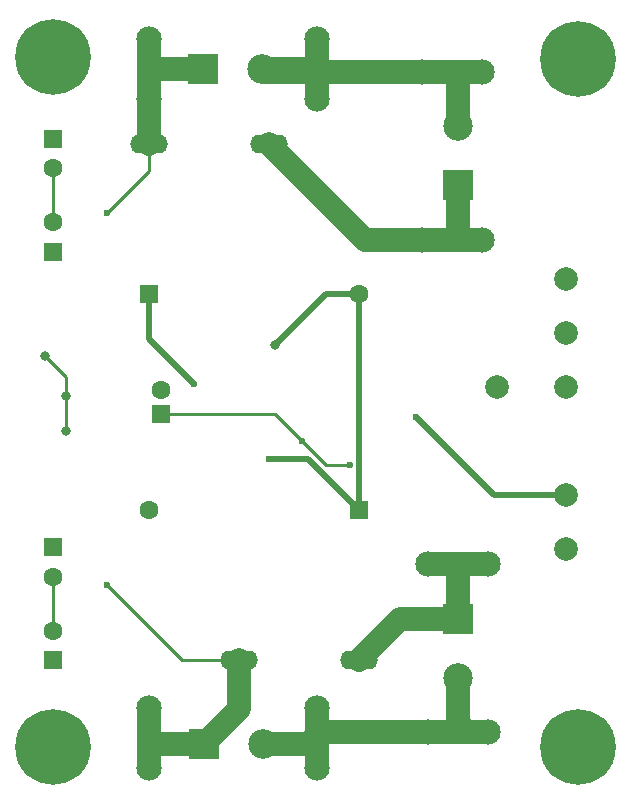
<source format=gbr>
G04 #@! TF.GenerationSoftware,KiCad,Pcbnew,(6.0.1-0)*
G04 #@! TF.CreationDate,2022-02-15T19:28:00+01:00*
G04 #@! TF.ProjectId,protection-relais,70726f74-6563-4746-996f-6e2d72656c61,rev?*
G04 #@! TF.SameCoordinates,Original*
G04 #@! TF.FileFunction,Copper,L2,Bot*
G04 #@! TF.FilePolarity,Positive*
%FSLAX46Y46*%
G04 Gerber Fmt 4.6, Leading zero omitted, Abs format (unit mm)*
G04 Created by KiCad (PCBNEW (6.0.1-0)) date 2022-02-15 19:28:00*
%MOMM*%
%LPD*%
G01*
G04 APERTURE LIST*
G04 #@! TA.AperFunction,ComponentPad*
%ADD10R,2.500000X2.500000*%
G04 #@! TD*
G04 #@! TA.AperFunction,ComponentPad*
%ADD11C,2.500000*%
G04 #@! TD*
G04 #@! TA.AperFunction,ComponentPad*
%ADD12C,2.145000*%
G04 #@! TD*
G04 #@! TA.AperFunction,ComponentPad*
%ADD13R,1.600000X1.600000*%
G04 #@! TD*
G04 #@! TA.AperFunction,ComponentPad*
%ADD14C,1.600000*%
G04 #@! TD*
G04 #@! TA.AperFunction,ComponentPad*
%ADD15C,2.000000*%
G04 #@! TD*
G04 #@! TA.AperFunction,ComponentPad*
%ADD16C,0.800000*%
G04 #@! TD*
G04 #@! TA.AperFunction,ComponentPad*
%ADD17C,6.400000*%
G04 #@! TD*
G04 #@! TA.AperFunction,ComponentPad*
%ADD18O,3.200000X1.600000*%
G04 #@! TD*
G04 #@! TA.AperFunction,ViaPad*
%ADD19C,0.600000*%
G04 #@! TD*
G04 #@! TA.AperFunction,ViaPad*
%ADD20C,0.800000*%
G04 #@! TD*
G04 #@! TA.AperFunction,Conductor*
%ADD21C,0.250000*%
G04 #@! TD*
G04 #@! TA.AperFunction,Conductor*
%ADD22C,2.000000*%
G04 #@! TD*
G04 #@! TA.AperFunction,Conductor*
%ADD23C,0.500000*%
G04 #@! TD*
G04 APERTURE END LIST*
D10*
X121920000Y-71802000D03*
D11*
X121920000Y-66802000D03*
D12*
X118872000Y-76454000D03*
X123952000Y-76454000D03*
D13*
X87630000Y-67858000D03*
D14*
X87630000Y-70358000D03*
D15*
X131064000Y-88900000D03*
D12*
X119380000Y-118110000D03*
X124460000Y-118110000D03*
D15*
X131064000Y-84328000D03*
X125222000Y-88900000D03*
D10*
X100330000Y-61976000D03*
D11*
X105330000Y-61976000D03*
D15*
X131064000Y-79756000D03*
X131064000Y-102616000D03*
D10*
X121920000Y-108538000D03*
D11*
X121920000Y-113538000D03*
D12*
X109982000Y-121158000D03*
X109982000Y-116078000D03*
D16*
X87630000Y-63360000D03*
X85230000Y-60960000D03*
D17*
X87630000Y-60960000D03*
D16*
X85932944Y-62657056D03*
X87630000Y-58560000D03*
X89327056Y-62657056D03*
X89327056Y-59262944D03*
X85932944Y-59262944D03*
X90030000Y-60960000D03*
D12*
X118872000Y-62230000D03*
X123952000Y-62230000D03*
D10*
X100410000Y-119126000D03*
D11*
X105410000Y-119126000D03*
D12*
X119380000Y-103886000D03*
X124460000Y-103886000D03*
D16*
X130382944Y-59402944D03*
X132080000Y-63500000D03*
X134480000Y-61100000D03*
X129680000Y-61100000D03*
X130382944Y-62797056D03*
X133777056Y-62797056D03*
X132080000Y-58700000D03*
D17*
X132080000Y-61100000D03*
D16*
X133777056Y-59402944D03*
D13*
X87630000Y-77430000D03*
D14*
X87630000Y-74930000D03*
D13*
X96774000Y-91186000D03*
D14*
X96774000Y-89186000D03*
D12*
X95758000Y-64516000D03*
X95758000Y-59436000D03*
D15*
X131064000Y-98044000D03*
D12*
X109982000Y-64516000D03*
X109982000Y-59436000D03*
X95758000Y-121158000D03*
X95758000Y-116078000D03*
D13*
X87630000Y-102449621D03*
D14*
X87630000Y-104949621D03*
D13*
X95758000Y-81026000D03*
D14*
X113538000Y-81026000D03*
D18*
X105918000Y-68326000D03*
X95758000Y-68326000D03*
D13*
X87630000Y-112014001D03*
D14*
X87630000Y-109514001D03*
D13*
X113538000Y-99314000D03*
D14*
X95758000Y-99314000D03*
D18*
X103378000Y-112014000D03*
X113538000Y-112014000D03*
D16*
X134480000Y-119380000D03*
X129680000Y-119380000D03*
X130382944Y-117682944D03*
X130382944Y-121077056D03*
X133777056Y-117682944D03*
D17*
X132080000Y-119380000D03*
D16*
X133777056Y-121077056D03*
X132080000Y-116980000D03*
X132080000Y-121780000D03*
X85932944Y-121077056D03*
X89327056Y-121077056D03*
X89327056Y-117682944D03*
X87630000Y-116980000D03*
D17*
X87630000Y-119380000D03*
D16*
X87630000Y-121780000D03*
X90030000Y-119380000D03*
X85230000Y-119380000D03*
X85932944Y-117682944D03*
D19*
X108712000Y-93472000D03*
X112776000Y-95504000D03*
X92202000Y-105664000D03*
X92202000Y-74168000D03*
X99568000Y-88646000D03*
D20*
X106426000Y-85344000D03*
D19*
X105918000Y-94996000D03*
D20*
X86984500Y-86233000D03*
X88773000Y-89662000D03*
X88773000Y-92583000D03*
D19*
X118364000Y-91440000D03*
D21*
X87630000Y-74930000D02*
X87630000Y-70358000D01*
X87630000Y-109514001D02*
X87630000Y-104949621D01*
X110744000Y-95504000D02*
X108712000Y-93472000D01*
X106426000Y-91186000D02*
X96774000Y-91186000D01*
X112776000Y-95504000D02*
X110744000Y-95504000D01*
X108712000Y-93472000D02*
X106426000Y-91186000D01*
D22*
X121920000Y-75946000D02*
X121412000Y-76454000D01*
X123952000Y-76454000D02*
X121412000Y-76454000D01*
X114046000Y-76454000D02*
X105918000Y-68326000D01*
X118872000Y-76454000D02*
X114046000Y-76454000D01*
X121920000Y-71802000D02*
X121920000Y-75946000D01*
X121412000Y-76454000D02*
X118872000Y-76454000D01*
X121666000Y-62230000D02*
X123952000Y-62230000D01*
X109474000Y-61976000D02*
X109982000Y-61468000D01*
X118872000Y-62230000D02*
X121666000Y-62230000D01*
X109982000Y-64516000D02*
X109982000Y-61468000D01*
X105330000Y-61976000D02*
X109474000Y-61976000D01*
X121920000Y-66802000D02*
X121920000Y-62484000D01*
X121920000Y-62484000D02*
X121666000Y-62230000D01*
X109982000Y-61468000D02*
X109982000Y-59436000D01*
X118872000Y-62230000D02*
X105584000Y-62230000D01*
X105584000Y-62230000D02*
X105330000Y-61976000D01*
D21*
X98552000Y-112014000D02*
X103378000Y-112014000D01*
D22*
X95758000Y-118618000D02*
X95758000Y-121158000D01*
X103378000Y-116158000D02*
X100410000Y-119126000D01*
X95758000Y-116078000D02*
X95758000Y-118618000D01*
X100410000Y-119126000D02*
X96266000Y-119126000D01*
X103378000Y-112014000D02*
X103378000Y-116158000D01*
X96266000Y-119126000D02*
X95758000Y-118618000D01*
D21*
X92202000Y-105664000D02*
X98552000Y-112014000D01*
X92202000Y-74168000D02*
X95758000Y-70612000D01*
D22*
X95758000Y-61722000D02*
X95758000Y-64516000D01*
X95758000Y-59436000D02*
X95758000Y-61722000D01*
X95758000Y-64516000D02*
X95758000Y-68326000D01*
X100330000Y-61976000D02*
X96012000Y-61976000D01*
D21*
X95758000Y-70612000D02*
X95758000Y-68326000D01*
D22*
X96012000Y-61976000D02*
X95758000Y-61722000D01*
X109982000Y-121158000D02*
X109982000Y-118364000D01*
X121920000Y-113538000D02*
X121920000Y-117348000D01*
X109982000Y-118364000D02*
X109982000Y-116078000D01*
X105410000Y-119126000D02*
X109220000Y-119126000D01*
X121920000Y-117348000D02*
X122682000Y-118110000D01*
X119380000Y-118110000D02*
X110236000Y-118110000D01*
X119380000Y-118110000D02*
X122682000Y-118110000D01*
X122682000Y-118110000D02*
X124460000Y-118110000D01*
X110236000Y-118110000D02*
X109982000Y-118364000D01*
X109220000Y-119126000D02*
X109982000Y-118364000D01*
D23*
X95758000Y-84836000D02*
X95758000Y-81026000D01*
X99568000Y-88646000D02*
X95758000Y-84836000D01*
X106426000Y-85344000D02*
X110744000Y-81026000D01*
X105918000Y-94996000D02*
X109220000Y-94996000D01*
X113538000Y-99314000D02*
X113538000Y-81026000D01*
X110744000Y-81026000D02*
X113538000Y-81026000D01*
X113538000Y-99314000D02*
X109220000Y-94996000D01*
D21*
X88773000Y-92583000D02*
X88773000Y-89662000D01*
X88773000Y-88021500D02*
X86984500Y-86233000D01*
X88773000Y-89662000D02*
X88773000Y-88021500D01*
D22*
X124460000Y-103886000D02*
X121666000Y-103886000D01*
X121666000Y-103886000D02*
X119380000Y-103886000D01*
X121920000Y-108538000D02*
X121920000Y-104140000D01*
X121920000Y-108538000D02*
X117014000Y-108538000D01*
X121920000Y-104140000D02*
X121666000Y-103886000D01*
X117014000Y-108538000D02*
X113538000Y-112014000D01*
D23*
X124968000Y-98044000D02*
X118364000Y-91440000D01*
X131064000Y-98044000D02*
X124968000Y-98044000D01*
M02*

</source>
